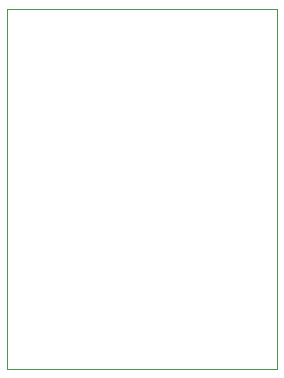
<source format=gbr>
G04 #@! TF.GenerationSoftware,KiCad,Pcbnew,(6.99.0-820-g3733ca4500)*
G04 #@! TF.CreationDate,2022-03-15T16:29:13+11:00*
G04 #@! TF.ProjectId,JtagArm20Adapter,4a746167-4172-46d3-9230-416461707465,rev?*
G04 #@! TF.SameCoordinates,Original*
G04 #@! TF.FileFunction,Profile,NP*
%FSLAX46Y46*%
G04 Gerber Fmt 4.6, Leading zero omitted, Abs format (unit mm)*
G04 Created by KiCad (PCBNEW (6.99.0-820-g3733ca4500)) date 2022-03-15 16:29:13*
%MOMM*%
%LPD*%
G01*
G04 APERTURE LIST*
G04 #@! TA.AperFunction,Profile*
%ADD10C,0.050000*%
G04 #@! TD*
G04 APERTURE END LIST*
D10*
X138430000Y-109220000D02*
X138430000Y-78740000D01*
X161290000Y-78740000D02*
X161290000Y-109220000D01*
X138430000Y-78740000D02*
X161290000Y-78740000D01*
X161290000Y-109220000D02*
X138430000Y-109220000D01*
M02*

</source>
